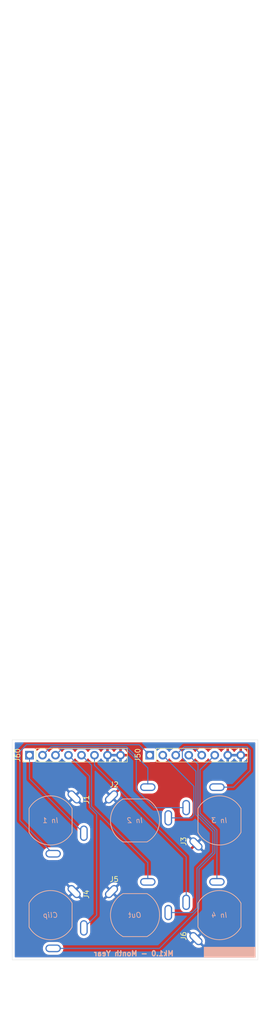
<source format=kicad_pcb>
(kicad_pcb (version 20240108) (generator "pcbnew") (generator_version "8.0")
  (title_block (rev "1") (company "DMH Instruments") (comment 1 "10cm Kosmo format synthesizer module PCB"))
  (layers (0 "F.Cu" signal) (31 "B.Cu" signal) (34 "B.Paste" user) (35 "F.Paste" user) (36 "B.SilkS" user "B.Silkscreen") (37 "F.SilkS" user "F.Silkscreen") (38 "B.Mask" user) (39 "F.Mask" user) (44 "Edge.Cuts" user))
  (net 0 "")
  (net 1 "Net-(J60-Pin_1)")
  (net 2 "GND")
  (net 3 "Net-(J60-Pin_2)")
  (net 4 "Net-(J60-Pin_3)")
  (net 5 "Net-(J60-Pin_4)")
  (net 6 "Net-(J60-Pin_5)")
  (net 7 "Net-(J60-Pin_6)")
  (net 8 "/Inputs and Outputs/Input 1 Jack")
  (net 9 "/Inputs and Outputs/Input 2 Jack")
  (net 10 "/Inputs and Outputs/Input 3 Jack")
  (net 11 "/Inputs and Outputs/Clipped Output Jack")
  (net 12 "/Inputs and Outputs/Output Jack")
  (net 13 "/Inputs and Outputs/Input 4 Jack")
  (footprint "Connector_PinHeader_2.54mm:PinHeader_1x08_P2.54mm_Vertical" (layer "F.Cu") (at 77.875 177.5 90)
    (property "Reference" "J50" (at 0 -2.33 90) (layer "F.SilkS"))
    (property "Value" "Conn_01x08")
    (fp_line (start -1.33 -1.33) (end 0 -1.33) (stroke (width 0.12)) (layer "F.SilkS"))
    (fp_line (start -1.33 0) (end -1.33 -1.33) (stroke (width 0.12)) (layer "F.SilkS"))
    (fp_line (start 1.33 1.27) (end 1.33 19.11) (stroke (width 0.12)) (layer "F.SilkS"))
    (fp_line (start -1.33 1.27) (end 1.33 1.27) (stroke (width 0.12)) (layer "F.SilkS"))
    (fp_line (start -1.33 1.27) (end -1.33 19.11) (stroke (width 0.12)) (layer "F.SilkS"))
    (fp_line (start -1.33 19.11) (end 1.33 19.11) (stroke (width 0.12)) (layer "F.SilkS"))
    (pad "1" thru_hole rect (at 0 0 90) (size 1.7 1.7) (drill 1) (layers "*.Cu" "*.Mask") (net 8 "/Inputs and Outputs/Input 1 Jack"))
    (pad "2" thru_hole oval (at 0 2.54 90) (size 1.7 1.7) (drill 1) (layers "*.Cu" "*.Mask") (net 9 "/Inputs and Outputs/Input 2 Jack"))
    (pad "3" thru_hole oval (at 0 5.08 90) (size 1.7 1.7) (drill 1) (layers "*.Cu" "*.Mask") (net 10 "/Inputs and Outputs/Input 3 Jack"))
    (pad "4" thru_hole oval (at 0 7.62 90) (size 1.7 1.7) (drill 1) (layers "*.Cu" "*.Mask") (net 11 "/Inputs and Outputs/Clipped Output Jack"))
    (pad "5" thru_hole oval (at 0 10.16 90) (size 1.7 1.7) (drill 1) (layers "*.Cu" "*.Mask") (net 12 "/Inputs and Outputs/Output Jack"))
    (pad "6" thru_hole oval (at 0 12.7 90) (size 1.7 1.7) (drill 1) (layers "*.Cu" "*.Mask") (net 13 "/Inputs and Outputs/Input 4 Jack"))
    (pad "7" thru_hole oval (at 0 15.24 90) (size 1.7 1.7) (drill 1) (layers "*.Cu" "*.Mask") (net 2 "GND"))
    (pad "8" thru_hole oval (at 0 17.78 90) (size 1.7 1.7) (drill 1) (layers "*.Cu" "*.Mask") (net 2 "GND"))
  )
  (footprint "SynthStuff:CUI_MJ-63052A" (layer "F.Cu") (at 58.5 208.75 -90)
    (property "Reference" "J4" (at -4.075 -7 -90) (layer "F.SilkS"))
    (property "Value" "TS_Jack_6.35mm_Sw")
    (property "Function" "Clip" (at 0 0 0) (layer "B.SilkS") (effects (font (thickness 0.15) (italic yes)) (justify mirror)))
    (fp_line (start 0 4.2) (end -2.35 4.2) (stroke (width 0.15)) (layer "B.SilkS"))
    (fp_line (start 0 4.2) (end 2.35 4.2) (stroke (width 0.15)) (layer "B.SilkS"))
    (fp_line (start 0 -4.2) (end -2.35 -4.2) (stroke (width 0.15)) (layer "B.SilkS"))
    (fp_line (start 0 -4.2) (end 2.35 -4.2) (stroke (width 0.15)) (layer "B.SilkS"))
    (fp_arc (start -2.343778 4.188879) (mid -4.14066 2.427948) (end -4.8 0) (stroke (width 0.15)) (layer "B.SilkS"))
    (fp_arc (start -4.8 0) (mid -4.14066 -2.427948) (end -2.343778 -4.188879) (stroke (width 0.15)) (layer "B.SilkS"))
    (fp_arc (start 4.8 0) (mid 4.14066 2.427948) (end 2.343778 4.188879) (stroke (width 0.15)) (layer "B.SilkS"))
    (fp_arc (start 2.343778 -4.188879) (mid 4.14066 -2.427948) (end 4.8 0) (stroke (width 0.15)) (layer "B.SilkS"))
    (fp_line (start 0 4.2) (end -2.35 4.2) (stroke (width 0.15)) (layer "F.SilkS"))
    (fp_line (start 0 4.2) (end 2.35 4.2) (stroke (width 0.15)) (layer "F.SilkS"))
    (fp_line (start 0 -4.2) (end -2.35 -4.2) (stroke (width 0.15)) (layer "F.SilkS"))
    (fp_line (start 0 -4.2) (end 2.35 -4.2) (stroke (width 0.15)) (layer "F.SilkS"))
    (fp_arc (start -2.343778 4.188879) (mid -4.14066 2.427948) (end -4.8 0) (stroke (width 0.15)) (layer "F.SilkS"))
    (fp_arc (start -4.8 0) (mid -4.14066 -2.427948) (end -2.343778 -4.188879) (stroke (width 0.15)) (layer "F.SilkS"))
    (fp_arc (start 4.8 0) (mid 4.14066 2.427948) (end 2.343778 4.188879) (stroke (width 0.15)) (layer "F.SilkS"))
    (fp_arc (start 2.343778 -4.188879) (mid 4.14066 -2.427948) (end 4.8 0) (stroke (width 0.15)) (layer "F.SilkS"))
    (pad "S" thru_hole oval (at -4.59619 -4.59619 225) (size 1.508 3.016) (drill oval 1 2.5) (layers "*.Cu" "*.Mask") (net 2 "GND"))
    (pad "T" thru_hole oval (at 6.5 -0.5 270) (size 1.508 3.016) (drill oval 1 2.5) (layers "*.Cu" "*.Mask") (net 11 "/Inputs and Outputs/Clipped Output Jack"))
    (pad "TN" thru_hole oval (at 2.5 -6.5 270) (size 3.016 1.508) (drill oval 2.5 1) (layers "*.Cu" "*.Mask") (net 5 "Net-(J60-Pin_4)"))
  )
  (footprint "Connector_PinHeader_2.54mm:PinHeader_1x08_P2.54mm_Vertical" (layer "F.Cu") (at 54.38 177.5 90)
    (property "Reference" "J60" (at 0 -2.33 90) (layer "F.SilkS"))
    (property "Value" "Conn_01x08")
    (fp_line (start -1.33 -1.33) (end 0 -1.33) (stroke (width 0.12)) (layer "F.SilkS"))
    (fp_line (start -1.33 0) (end -1.33 -1.33) (stroke (width 0.12)) (layer "F.SilkS"))
    (fp_line (start 1.33 1.27) (end 1.33 19.11) (stroke (width 0.12)) (layer "F.SilkS"))
    (fp_line (start -1.33 1.27) (end 1.33 1.27) (stroke (width 0.12)) (layer "F.SilkS"))
    (fp_line (start -1.33 1.27) (end -1.33 19.11) (stroke (width 0.12)) (layer "F.SilkS"))
    (fp_line (start -1.33 19.11) (end 1.33 19.11) (stroke (width 0.12)) (layer "F.SilkS"))
    (pad "1" thru_hole rect (at 0 0 90) (size 1.7 1.7) (drill 1) (layers "*.Cu" "*.Mask") (net 1 "Net-(J60-Pin_1)"))
    (pad "2" thru_hole oval (at 0 2.54 90) (size 1.7 1.7) (drill 1) (layers "*.Cu" "*.Mask") (net 3 "Net-(J60-Pin_2)"))
    (pad "3" thru_hole oval (at 0 5.08 90) (size 1.7 1.7) (drill 1) (layers "*.Cu" "*.Mask") (net 4 "Net-(J60-Pin_3)"))
    (pad "4" thru_hole oval (at 0 7.62 90) (size 1.7 1.7) (drill 1) (layers "*.Cu" "*.Mask") (net 5 "Net-(J60-Pin_4)"))
    (pad "5" thru_hole oval (at 0 10.16 90) (size 1.7 1.7) (drill 1) (layers "*.Cu" "*.Mask") (net 6 "Net-(J60-Pin_5)"))
    (pad "6" thru_hole oval (at 0 12.7 90) (size 1.7 1.7) (drill 1) (layers "*.Cu" "*.Mask") (net 7 "Net-(J60-Pin_6)"))
    (pad "7" thru_hole oval (at 0 15.24 90) (size 1.7 1.7) (drill 1) (layers "*.Cu" "*.Mask") (net 2 "GND"))
    (pad "8" thru_hole oval (at 0 17.78 90) (size 1.7 1.7) (drill 1) (layers "*.Cu" "*.Mask") (net 2 "GND"))
  )
  (footprint "SynthStuff:CUI_MJ-63052A" (layer "F.Cu") (at 75 190.25)
    (property "Reference" "J2" (at -4.075 -7 0) (layer "F.SilkS"))
    (property "Value" "TS_Jack_6.35mm_Sw")
    (property "Function" "In 2" (at 0 0 0) (layer "B.SilkS") (effects (font (thickness 0.15) (italic yes)) (justify mirror)))
    (fp_line (start 0 -4.2) (end -2.35 -4.2) (stroke (width 0.15)) (layer "B.SilkS"))
    (fp_line (start 0 -4.2) (end 2.35 -4.2) (stroke (width 0.15)) (layer "B.SilkS"))
    (fp_line (start 0 4.2) (end -2.35 4.2) (stroke (width 0.15)) (layer "B.SilkS"))
    (fp_line (start 0 4.2) (end 2.35 4.2) (stroke (width 0.15)) (layer "B.SilkS"))
    (fp_arc (start -4.8 0) (mid -4.14066 -2.427948) (end -2.343778 -4.188879) (stroke (width 0.15)) (layer "B.SilkS"))
    (fp_arc (start -2.343778 4.188879) (mid -4.14066 2.427948) (end -4.8 0) (stroke (width 0.15)) (layer "B.SilkS"))
    (fp_arc (start 2.343778 -4.188879) (mid 4.14066 -2.427948) (end 4.8 0) (stroke (width 0.15)) (layer "B.SilkS"))
    (fp_arc (start 4.8 0) (mid 4.14066 2.427948) (end 2.343778 4.188879) (stroke (width 0.15)) (layer "B.SilkS"))
    (fp_line (start 0 -4.2) (end -2.35 -4.2) (stroke (width 0.15)) (layer "F.SilkS"))
    (fp_line (start 0 -4.2) (end 2.35 -4.2) (stroke (width 0.15)) (layer "F.SilkS"))
    (fp_line (start 0 4.2) (end -2.35 4.2) (stroke (width 0.15)) (layer "F.SilkS"))
    (fp_line (start 0 4.2) (end 2.35 4.2) (stroke (width 0.15)) (layer "F.SilkS"))
    (fp_arc (start -4.8 0) (mid -4.14066 -2.427948) (end -2.343778 -4.188879) (stroke (width 0.15)) (layer "F.SilkS"))
    (fp_arc (start -2.343778 4.188879) (mid -4.14066 2.427948) (end -4.8 0) (stroke (width 0.15)) (layer "F.SilkS"))
    (fp_arc (start 2.343778 -4.188879) (mid 4.14066 -2.427948) (end 4.8 0) (stroke (width 0.15)) (layer "F.SilkS"))
    (fp_arc (start 4.8 0) (mid 4.14066 2.427948) (end 2.343778 4.188879) (stroke (width 0.15)) (layer "F.SilkS"))
    (pad "S" thru_hole oval (at -4.59619 -4.59619 315) (size 1.508 3.016) (drill oval 1 2.5) (layers "*.Cu" "*.Mask") (net 2 "GND"))
    (pad "T" thru_hole oval (at 6.5 -0.5) (size 1.508 3.016) (drill oval 1 2.5) (layers "*.Cu" "*.Mask") (net 9 "/Inputs and Outputs/Input 2 Jack"))
    (pad "TN" thru_hole oval (at 2.5 -6.5) (size 3.016 1.508) (drill oval 2.5 1) (layers "*.Cu" "*.Mask") (net 3 "Net-(J60-Pin_2)"))
  )
  (footprint "SynthStuff:CUI_MJ-63052A" (layer "F.Cu") (at 58.5 190.25 -90)
    (property "Reference" "J1" (at -4.075 -7 -90) (layer "F.SilkS"))
    (property "Value" "TS_Jack_6.35mm_Sw")
    (property "Function" "In 1" (at 0 0 0) (layer "B.SilkS") (effects (font (thickness 0.15) (italic yes)) (justify mirror)))
    (fp_line (start 0 4.2) (end -2.35 4.2) (stroke (width 0.15)) (layer "B.SilkS"))
    (fp_line (start 0 4.2) (end 2.35 4.2) (stroke (width 0.15)) (layer "B.SilkS"))
    (fp_line (start 0 -4.2) (end -2.35 -4.2) (stroke (width 0.15)) (layer "B.SilkS"))
    (fp_line (start 0 -4.2) (end 2.35 -4.2) (stroke (width 0.15)) (layer "B.SilkS"))
    (fp_arc (start -2.343778 4.188879) (mid -4.14066 2.427948) (end -4.8 0) (stroke (width 0.15)) (layer "B.SilkS"))
    (fp_arc (start -4.8 0) (mid -4.14066 -2.427948) (end -2.343778 -4.188879) (stroke (width 0.15)) (layer "B.SilkS"))
    (fp_arc (start 4.8 0) (mid 4.14066 2.427948) (end 2.343778 4.188879) (stroke (width 0.15)) (layer "B.SilkS"))
    (fp_arc (start 2.343778 -4.188879) (mid 4.14066 -2.427948) (end 4.8 0) (stroke (width 0.15)) (layer "B.SilkS"))
    (fp_line (start 0 4.2) (end -2.35 4.2) (stroke (width 0.15)) (layer "F.SilkS"))
    (fp_line (start 0 4.2) (end 2.35 4.2) (stroke (width 0.15)) (layer "F.SilkS"))
    (fp_line (start 0 -4.2) (end -2.35 -4.2) (stroke (width 0.15)) (layer "F.SilkS"))
    (fp_line (start 0 -4.2) (end 2.35 -4.2) (stroke (width 0.15)) (layer "F.SilkS"))
    (fp_arc (start -2.343778 4.188879) (mid -4.14066 2.427948) (end -4.8 0) (stroke (width 0.15)) (layer "F.SilkS"))
    (fp_arc (start -4.8 0) (mid -4.14066 -2.427948) (end -2.343778 -4.188879) (stroke (width 0.15)) (layer "F.SilkS"))
    (fp_arc (start 4.8 0) (mid 4.14066 2.427948) (end 2.343778 4.188879) (stroke (width 0.15)) (layer "F.SilkS"))
    (fp_arc (start 2.343778 -4.188879) (mid 4.14066 -2.427948) (end 4.8 0) (stroke (width 0.15)) (layer "F.SilkS"))
    (pad "S" thru_hole oval (at -4.59619 -4.59619 225) (size 1.508 3.016) (drill oval 1 2.5) (layers "*.Cu" "*.Mask") (net 2 "GND"))
    (pad "T" thru_hole oval (at 6.5 -0.5 270) (size 1.508 3.016) (drill oval 1 2.5) (layers "*.Cu" "*.Mask") (net 8 "/Inputs and Outputs/Input 1 Jack"))
    (pad "TN" thru_hole oval (at 2.5 -6.5 270) (size 3.016 1.508) (drill oval 2.5 1) (layers "*.Cu" "*.Mask") (net 1 "Net-(J60-Pin_1)"))
  )
  (footprint "SynthStuff:CUI_MJ-63052A" (layer "F.Cu") (at 91.5 208.75 90)
    (property "Reference" "J6" (at -4.075 -7 90) (layer "F.SilkS"))
    (property "Value" "TS_Jack_6.35mm_Sw")
    (property "Function" "In 4" (at 0 0 180) (layer "B.SilkS") (effects (font (thickness 0.15) (italic yes)) (justify mirror)))
    (fp_line (start 0 -4.2) (end 2.35 -4.2) (stroke (width 0.15)) (layer "B.SilkS"))
    (fp_line (start 0 -4.2) (end -2.35 -4.2) (stroke (width 0.15)) (layer "B.SilkS"))
    (fp_line (start 0 4.2) (end 2.35 4.2) (stroke (width 0.15)) (layer "B.SilkS"))
    (fp_line (start 0 4.2) (end -2.35 4.2) (stroke (width 0.15)) (layer "B.SilkS"))
    (fp_arc (start 2.343778 -4.188879) (mid 4.14066 -2.427948) (end 4.8 0) (stroke (width 0.15)) (layer "B.SilkS"))
    (fp_arc (start 4.8 0) (mid 4.14066 2.427948) (end 2.343778 4.188879) (stroke (width 0.15)) (layer "B.SilkS"))
    (fp_arc (start -4.8 0) (mid -4.14066 -2.427948) (end -2.343778 -4.188879) (stroke (width 0.15)) (layer "B.SilkS"))
    (fp_arc (start -2.343778 4.188879) (mid -4.14066 2.427948) (end -4.8 0) (stroke (width 0.15)) (layer "B.SilkS"))
    (fp_line (start 0 -4.2) (end 2.35 -4.2) (stroke (width 0.15)) (layer "F.SilkS"))
    (fp_line (start 0 -4.2) (end -2.35 -4.2) (stroke (width 0.15)) (layer "F.SilkS"))
    (fp_line (start 0 4.2) (end 2.35 4.2) (stroke (width 0.15)) (layer "F.SilkS"))
    (fp_line (start 0 4.2) (end -2.35 4.2) (stroke (width 0.15)) (layer "F.SilkS"))
    (fp_arc (start 2.343778 -4.188879) (mid 4.14066 -2.427948) (end 4.8 0) (stroke (width 0.15)) (layer "F.SilkS"))
    (fp_arc (start 4.8 0) (mid 4.14066 2.427948) (end 2.343778 4.188879) (stroke (width 0.15)) (layer "F.SilkS"))
    (fp_arc (start -4.8 0) (mid -4.14066 -2.427948) (end -2.343778 -4.188879) (stroke (width 0.15)) (layer "F.SilkS"))
    (fp_arc (start -2.343778 4.188879) (mid -4.14066 2.427948) (end -4.8 0) (stroke (width 0.15)) (layer "F.SilkS"))
    (pad "S" thru_hole oval (at -4.59619 -4.59619 45) (size 1.508 3.016) (drill oval 1 2.5) (layers "*.Cu" "*.Mask") (net 2 "GND"))
    (pad "T" thru_hole oval (at 6.5 -0.5 90) (size 1.508 3.016) (drill oval 1 2.5) (layers "*.Cu" "*.Mask") (net 13 "/Inputs and Outputs/Input 4 Jack"))
    (pad "TN" thru_hole oval (at 2.5 -6.5 90) (size 3.016 1.508) (drill oval 2.5 1) (layers "*.Cu" "*.Mask") (net 7 "Net-(J60-Pin_6)"))
  )
  (footprint "SynthStuff:CUI_MJ-63052A" (layer "F.Cu") (at 91.5 190.25 90)
    (property "Reference" "J3" (at -4.075 -7 90) (layer "F.SilkS"))
    (property "Value" "TS_Jack_6.35mm_Sw")
    (property "Function" "In 3" (at 0 0 180) (layer "B.SilkS") (effects (font (thickness 0.15) (italic yes)) (justify mirror)))
    (fp_line (start 0 -4.2) (end 2.35 -4.2) (stroke (width 0.15)) (layer "B.SilkS"))
    (fp_line (start 0 -4.2) (end -2.35 -4.2) (stroke (width 0.15)) (layer "B.SilkS"))
    (fp_line (start 0 4.2) (end 2.35 4.2) (stroke (width 0.15)) (layer "B.SilkS"))
    (fp_line (start 0 4.2) (end -2.35 4.2) (stroke (width 0.15)) (layer "B.SilkS"))
    (fp_arc (start 2.343778 -4.188879) (mid 4.14066 -2.427948) (end 4.8 0) (stroke (width 0.15)) (layer "B.SilkS"))
    (fp_arc (start 4.8 0) (mid 4.14066 2.427948) (end 2.343778 4.188879) (stroke (width 0.15)) (layer "B.SilkS"))
    (fp_arc (start -4.8 0) (mid -4.14066 -2.427948) (end -2.343778 -4.188879) (stroke (width 0.15)) (layer "B.SilkS"))
    (fp_arc (start -2.343778 4.188879) (mid -4.14066 2.427948) (end -4.8 0) (stroke (width 0.15)) (layer "B.SilkS"))
    (fp_line (start 0 -4.2) (end 2.35 -4.2) (stroke (width 0.15)) (layer "F.SilkS"))
    (fp_line (start 0 -4.2) (end -2.35 -4.2) (stroke (width 0.15)) (layer "F.SilkS"))
    (fp_line (start 0 4.2) (end 2.35 4.2) (stroke (width 0.15)) (layer "F.SilkS"))
    (fp_line (start 0 4.2) (end -2.35 4.2) (stroke (width 0.15)) (layer "F.SilkS"))
    (fp_arc (start 2.343778 -4.188879) (mid 4.14066 -2.427948) (end 4.8 0) (stroke (width 0.15)) (layer "F.SilkS"))
    (fp_arc (start 4.8 0) (mid 4.14066 2.427948) (end 2.343778 4.188879) (stroke (width 0.15)) (layer "F.SilkS"))
    (fp_arc (start -4.8 0) (mid -4.14066 -2.427948) (end -2.343778 -4.188879) (stroke (width 0.15)) (layer "F.SilkS"))
    (fp_arc (start -2.343778 4.188879) (mid -4.14066 2.427948) (end -4.8 0) (stroke (width 0.15)) (layer "F.SilkS"))
    (pad "S" thru_hole oval (at -4.59619 -4.59619 45) (size 1.508 3.016) (drill oval 1 2.5) (layers "*.Cu" "*.Mask") (net 2 "GND"))
    (pad "T" thru_hole oval (at 6.5 -0.5 90) (size 1.508 3.016) (drill oval 1 2.5) (layers "*.Cu" "*.Mask") (net 10 "/Inputs and Outputs/Input 3 Jack"))
    (pad "TN" thru_hole oval (at 2.5 -6.5 90) (size 3.016 1.508) (drill oval 2.5 1) (layers "*.Cu" "*.Mask") (net 4 "Net-(J60-Pin_3)"))
  )
  (footprint "SynthStuff:CUI_MJ-63052A" (layer "F.Cu") (at 75 208.75)
    (property "Reference" "J5" (at -4.075 -7 0) (layer "F.SilkS"))
    (property "Value" "TS_Jack_6.35mm_Sw")
    (property "Function" "Out" (at 0 0 0) (layer "B.SilkS") (effects (font (thickness 0.15) (italic yes)) (justify mirror)))
    (fp_line (start 0 -4.2) (end -2.35 -4.2) (stroke (width 0.15)) (layer "B.SilkS"))
    (fp_line (start 0 -4.2) (end 2.35 -4.2) (stroke (width 0.15)) (layer "B.SilkS"))
    (fp_line (start 0 4.2) (end -2.35 4.2) (stroke (width 0.15)) (layer "B.SilkS"))
    (fp_line (start 0 4.2) (end 2.35 4.2) (stroke (width 0.15)) (layer "B.SilkS"))
    (fp_arc (start -4.8 0) (mid -4.14066 -2.427948) (end -2.343778 -4.188879) (stroke (width 0.15)) (layer "B.SilkS"))
    (fp_arc (start -2.343778 4.188879) (mid -4.14066 2.427948) (end -4.8 0) (stroke (width 0.15)) (layer "B.SilkS"))
    (fp_arc (start 2.343778 -4.188879) (mid 4.14066 -2.427948) (end 4.8 0) (stroke (width 0.15)) (layer "B.SilkS"))
    (fp_arc (start 4.8 0) (mid 4.14066 2.427948) (end 2.343778 4.188879) (stroke (width 0.15)) (layer "B.SilkS"))
    (fp_line (start 0 -4.2) (end -2.35 -4.2) (stroke (width 0.15)) (layer "F.SilkS"))
    (fp_line (start 0 -4.2) (end 2.35 -4.2) (stroke (width 0.15)) (layer "F.SilkS"))
    (fp_line (start 0 4.2) (end -2.35 4.2) (stroke (width 0.15)) (layer "F.SilkS"))
    (fp_line (start 0 4.2) (end 2.35 4.2) (stroke (width 0.15)) (layer "F.SilkS"))
    (fp_arc (start -4.8 0) (mid -4.14066 -2.427948) (end -2.343778 -4.188879) (stroke (width 0.15)) (layer "F.SilkS"))
    (fp_arc (start -2.343778 4.188879) (mid -4.14066 2.427948) (end -4.8 0) (stroke (width 0.15)) (layer "F.SilkS"))
    (fp_arc (start 2.343778 -4.188879) (mid 4.14066 -2.427948) (end 4.8 0) (stroke (width 0.15)) (layer "F.SilkS"))
    (fp_arc (start 4.8 0) (mid 4.14066 2.427948) (end 2.343778 4.188879) (stroke (width 0.15)) (layer "F.SilkS"))
    (pad "S" thru_hole oval (at -4.59619 -4.59619 315) (size 1.508 3.016) (drill oval 1 2.5) (layers "*.Cu" "*.Mask") (net 2 "GND"))
    (pad "T" thru_hole oval (at 6.5 -0.5) (size 1.508 3.016) (drill oval 1 2.5) (layers "*.Cu" "*.Mask") (net 12 "/Inputs and Outputs/Output Jack"))
    (pad "TN" thru_hole oval (at 2.5 -6.5) (size 3.016 1.508) (drill oval 2.5 1) (layers "*.Cu" "*.Mask") (net 6 "Net-(J60-Pin_5)"))
  )
  (gr_rect (start 88.5 215) (end 98.5 217) (stroke (width 0.1)) (fill solid) (layer "B.SilkS"))
  (gr_rect (start 51 174.5) (end 99 217.5) (stroke (width 0.05)) (fill none) (layer "Edge.Cuts"))
  (gr_text "Mk1.0 - Month Year" (at 74.75 216.25 0) (layer "B.SilkS") (effects (font (size 1 1) (thickness 0.25) (bold yes)) (justify mirror)))
  (segment (start 54.38 177.5) (end 54.38 182.13) (width 0.2) (layer "B.Cu") (net 1))
  (segment (start 54.38 182.13) (end 65 192.75) (width 0.2) (layer "B.Cu") (net 1))
  (segment (start 77.5 180) (end 77.5 183.75) (width 0.2) (layer "B.Cu") (net 3))
  (segment (start 73.35 175.85) (end 77.5 180) (width 0.2) (layer "B.Cu") (net 3))
  (segment (start 58.57 175.85) (end 73.35 175.85) (width 0.2) (layer "B.Cu") (net 3))
  (segment (start 56.92 177.5) (end 58.57 175.85) (width 0.2) (layer "B.Cu") (net 3))
  (segment (start 78.75 187.75) (end 85 187.75) (width 0.2) (layer "B.Cu") (net 4))
  (segment (start 75.25 184.25) (end 78.75 187.75) (width 0.2) (layer "B.Cu") (net 4))
  (segment (start 59.46 177.5) (end 60.71 176.25) (width 0.2) (layer "B.Cu") (net 4))
  (segment (start 73.184314 176.25) (end 75.25 178.315686) (width 0.2) (layer "B.Cu") (net 4))
  (segment (start 60.71 176.25) (end 73.184314 176.25) (width 0.2) (layer "B.Cu") (net 4))
  (segment (start 75.25 178.315686) (end 75.25 184.25) (width 0.2) (layer "B.Cu") (net 4))
  (segment (start 67.5 208.75) (end 65 211.25) (width 0.2) (layer "B.Cu") (net 5))
  (segment (start 66.1 181.6) (end 66.1 187.665686) (width 0.2) (layer "B.Cu") (net 5))
  (segment (start 66.1 187.665686) (end 67.5 189.065686) (width 0.2) (layer "B.Cu") (net 5))
  (segment (start 67.5 189.065686) (end 67.5 208.75) (width 0.2) (layer "B.Cu") (net 5))
  (segment (start 62 177.5) (end 66.1 181.6) (width 0.2) (layer "B.Cu") (net 5))
  (segment (start 77.5 198.5) (end 77.5 202.25) (width 0.2) (layer "B.Cu") (net 6))
  (segment (start 66.5 179.46) (end 66.5 187.5) (width 0.2) (layer "B.Cu") (net 6))
  (segment (start 64.54 177.5) (end 66.5 179.46) (width 0.2) (layer "B.Cu") (net 6))
  (segment (start 66.5 187.5) (end 77.5 198.5) (width 0.2) (layer "B.Cu") (net 6))
  (segment (start 85 197.394314) (end 85 206.25) (width 0.2) (layer "B.Cu") (net 7))
  (segment (start 67.08 179.474314) (end 85 197.394314) (width 0.2) (layer "B.Cu") (net 7))
  (segment (start 67.08 177.5) (end 67.08 179.474314) (width 0.2) (layer "B.Cu") (net 7))
  (segment (start 77.875 177.5) (end 75.825 175.45) (width 0.2) (layer "B.Cu") (net 8))
  (segment (start 52.5 190.25) (end 59 196.75) (width 0.2) (layer "B.Cu") (net 8))
  (segment (start 75.825 175.45) (end 53.8 175.45) (width 0.2) (layer "B.Cu") (net 8))
  (segment (start 53.8 175.45) (end 52.5 176.75) (width 0.2) (layer "B.Cu") (net 8))
  (segment (start 52.5 176.75) (end 52.5 190.25) (width 0.2) (layer "B.Cu") (net 8))
  (segment (start 80.5 177.415) (end 80.415 177.5) (width 0.2) (layer "F.Cu") (net 9))
  (segment (start 86.5 183.585) (end 86.5 189.25) (width 0.2) (layer "B.Cu") (net 9))
  (segment (start 80.415 177.5) (end 86.5 183.585) (width 0.2) (layer "B.Cu") (net 9))
  (segment (start 86.5 189.25) (end 86 189.75) (width 0.2) (layer "B.Cu") (net 9))
  (segment (start 86 189.75) (end 81.5 189.75) (width 0.2) (layer "B.Cu") (net 9))
  (segment (start 82.955 177.5) (end 84.605 175.85) (width 0.2) (layer "B.Cu") (net 10))
  (segment (start 97.5 176.5) (end 97.5 180.5) (width 0.2) (layer "B.Cu") (net 10))
  (segment (start 94.25 183.75) (end 91 183.75) (width 0.2) (layer "B.Cu") (net 10))
  (segment (start 97.5 180.5) (end 94.25 183.75) (width 0.2) (layer "B.Cu") (net 10))
  (segment (start 96.85 175.85) (end 97.5 176.5) (width 0.2) (layer "B.Cu") (net 10))
  (segment (start 84.605 175.85) (end 96.85 175.85) (width 0.2) (layer "B.Cu") (net 10))
  (segment (start 85.495 177.065) (end 85.495 177.5) (width 0.2) (layer "F.Cu") (net 11))
  (segment (start 90.6 196.65) (end 87.5 199.75) (width 0.2) (layer "B.Cu") (net 11))
  (segment (start 87.3 179.305) (end 87.3 188.984314) (width 0.2) (layer "B.Cu") (net 11))
  (segment (start 85.495 177.5) (end 87.3 179.305) (width 0.2) (layer "B.Cu") (net 11))
  (segment (start 87.3 188.984314) (end 90.6 192.284314) (width 0.2) (layer "B.Cu") (net 11))
  (segment (start 87.5 207.5) (end 79.75 215.25) (width 0.2) (layer "B.Cu") (net 11))
  (segment (start 90.6 192.284314) (end 90.6 196.65) (width 0.2) (layer "B.Cu") (net 11))
  (segment (start 87.5 199.75) (end 87.5 207.5) (width 0.2) (layer "B.Cu") (net 11))
  (segment (start 79.75 215.25) (end 59 215.25) (width 0.2) (layer "B.Cu") (net 11))
  (segment (start 88.31 177.5) (end 88.035 177.5) (width 0.2) (layer "F.Cu") (net 12))
  (segment (start 90.2 196.484314) (end 87.1 199.584314) (width 0.2) (layer "B.Cu") (net 12))
  (segment (start 88.035 177.5) (end 86.785 176.25) (width 0.2) (layer "B.Cu") (net 12))
  (segment (start 86.9 180.65) (end 86.9 189.15) (width 0.2) (layer "B.Cu") (net 12))
  (segment (start 86.9 189.15) (end 90.2 192.45) (width 0.2) (layer "B.Cu") (net 12))
  (segment (start 84.770686 176.25) (end 84.25 176.770686) (width 0.2) (layer "B.Cu") (net 12))
  (segment (start 90.2 192.45) (end 90.2 196.484314) (width 0.2) (layer "B.Cu") (net 12))
  (segment (start 87.1 199.584314) (end 87.1 207.334314) (width 0.2) (layer "B.Cu") (net 12))
  (segment (start 84.25 176.770686) (end 84.25 178) (width 0.2) (layer "B.Cu") (net 12))
  (segment (start 86.184314 208.25) (end 81.5 208.25) (width 0.2) (layer "B.Cu") (net 12))
  (segment (start 86.785 176.25) (end 84.770686 176.25) (width 0.2) (layer "B.Cu") (net 12))
  (segment (start 84.25 178) (end 86.9 180.65) (width 0.2) (layer "B.Cu") (net 12))
  (segment (start 87.1 207.334314) (end 86.184314 208.25) (width 0.2) (layer "B.Cu") (net 12))
  (segment (start 87.7 188.818628) (end 91 192.118628) (width 0.2) (layer "B.Cu") (net 13))
  (segment (start 91 192.118628) (end 91 202.25) (width 0.2) (layer "B.Cu") (net 13))
  (segment (start 87.7 180.375) (end 87.7 188.818628) (width 0.2) (layer "B.Cu") (net 13))
  (segment (start 90.575 177.5) (end 87.7 180.375) (width 0.2) (layer "B.Cu") (net 13))
  (zone (net 2) (net_name "GND") (layers "F&B.Cu") (name "Ground_plane") (connect_pads (clearance 0.5)) (min_thickness 0.25) (fill yes (thermal_gap 0.5) (thermal_bridge_width 0.5))
    (polygon (pts (xy 51 174.5) (xy 99 174.5) (xy 99 217.5) (xy 51 217.5)))
  )
)
</source>
